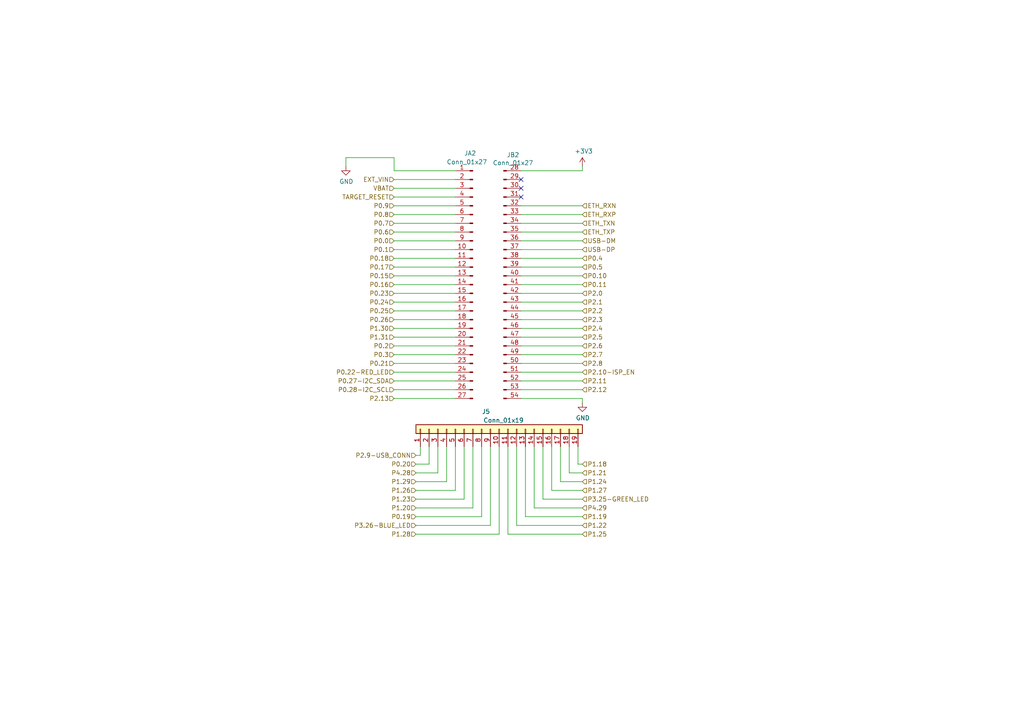
<source format=kicad_sch>
(kicad_sch (version 20230121) (generator eeschema)
  (paper "A4")
  (title_block (title "Módulo Stick LPC1769") (date "2019-10-09") (rev "v1.0") (company "Sistemas de Representacion UTN-FRBA") (comment 1 "DOCENTES: Fernando Aló/Franco Delconte") (comment 2 "CURSO: R1032") (comment 3 "ALUMNO: Jonathan Yujra"))
  (lib_symbols
    (symbol "Connector_Generic:Conn_01x19" (pin_names (offset 1.016) hide)
      (property "Reference" "J" (at 0 25.4 0))
      (property "Value" "Conn_01x19" (at 0 -25.4 0))
      (symbol "Conn_01x19_1_1"
        (rectangle (start -1.27 -22.733) (end 0 -22.987) (stroke (width 0.1524)))
        (rectangle (start -1.27 -20.193) (end 0 -20.447) (stroke (width 0.1524)))
        (rectangle (start -1.27 -17.653) (end 0 -17.907) (stroke (width 0.1524)))
        (rectangle (start -1.27 -15.113) (end 0 -15.367) (stroke (width 0.1524)))
        (rectangle (start -1.27 -12.573) (end 0 -12.827) (stroke (width 0.1524)))
        (rectangle (start -1.27 -10.033) (end 0 -10.287) (stroke (width 0.1524)))
        (rectangle (start -1.27 -7.493) (end 0 -7.747) (stroke (width 0.1524)))
        (rectangle (start -1.27 -4.953) (end 0 -5.207) (stroke (width 0.1524)))
        (rectangle (start -1.27 -2.413) (end 0 -2.667) (stroke (width 0.1524)))
        (rectangle (start -1.27 0.127) (end 0 -0.127) (stroke (width 0.1524)))
        (rectangle (start -1.27 2.667) (end 0 2.413) (stroke (width 0.1524)))
        (rectangle (start -1.27 5.207) (end 0 4.953) (stroke (width 0.1524)))
        (rectangle (start -1.27 7.747) (end 0 7.493) (stroke (width 0.1524)))
        (rectangle (start -1.27 10.287) (end 0 10.033) (stroke (width 0.1524)))
        (rectangle (start -1.27 12.827) (end 0 12.573) (stroke (width 0.1524)))
        (rectangle (start -1.27 15.367) (end 0 15.113) (stroke (width 0.1524)))
        (rectangle (start -1.27 17.907) (end 0 17.653) (stroke (width 0.1524)))
        (rectangle (start -1.27 20.447) (end 0 20.193) (stroke (width 0.1524)))
        (rectangle (start -1.27 22.987) (end 0 22.733) (stroke (width 0.1524)))
        (rectangle (start -1.27 24.13) (end 1.27 -24.13) (stroke (width 0.254)) (fill (type background)))
        (pin passive line (at -5.08 22.86 0) (length 3.81) (name "Pin_1") (number "1"))
        (pin passive line (at -5.08 0 0) (length 3.81) (name "Pin_10") (number "10"))
        (pin passive line (at -5.08 -2.54 0) (length 3.81) (name "Pin_11") (number "11"))
        (pin passive line (at -5.08 -5.08 0) (length 3.81) (name "Pin_12") (number "12"))
        (pin passive line (at -5.08 -7.62 0) (length 3.81) (name "Pin_13") (number "13"))
        (pin passive line (at -5.08 -10.16 0) (length 3.81) (name "Pin_14") (number "14"))
        (pin passive line (at -5.08 -12.7 0) (length 3.81) (name "Pin_15") (number "15"))
        (pin passive line (at -5.08 -15.24 0) (length 3.81) (name "Pin_16") (number "16"))
        (pin passive line (at -5.08 -17.78 0) (length 3.81) (name "Pin_17") (number "17"))
        (pin passive line (at -5.08 -20.32 0) (length 3.81) (name "Pin_18") (number "18"))
        (pin passive line (at -5.08 -22.86 0) (length 3.81) (name "Pin_19") (number "19"))
        (pin passive line (at -5.08 20.32 0) (length 3.81) (name "Pin_2") (number "2"))
        (pin passive line (at -5.08 17.78 0) (length 3.81) (name "Pin_3") (number "3"))
        (pin passive line (at -5.08 15.24 0) (length 3.81) (name "Pin_4") (number "4"))
        (pin passive line (at -5.08 12.7 0) (length 3.81) (name "Pin_5") (number "5"))
        (pin passive line (at -5.08 10.16 0) (length 3.81) (name "Pin_6") (number "6"))
        (pin passive line (at -5.08 7.62 0) (length 3.81) (name "Pin_7") (number "7"))
        (pin passive line (at -5.08 5.08 0) (length 3.81) (name "Pin_8") (number "8"))
        (pin passive line (at -5.08 2.54 0) (length 3.81) (name "Pin_9") (number "9"))
      )
    )
    (symbol "Modulo_Stick_LPC1769:Conn_01x27" (pin_names (offset 1.016) hide)
      (property "Reference" "J" (at 0 50.8 0))
      (property "Value" "Conn_01x27" (at 5.08 -35.56 0))
      (symbol "Conn_01x27_1_1"
        (polyline (pts (xy 1.27 -33.02) (xy 0.8636 -33.02)) (stroke (width 0.1524)))
        (polyline (pts (xy 1.27 -30.48) (xy 0.8636 -30.48)) (stroke (width 0.1524)))
        (polyline (pts (xy 1.27 -27.94) (xy 0.8636 -27.94)) (stroke (width 0.1524)))
        (polyline (pts (xy 1.27 -25.4) (xy 0.8636 -25.4)) (stroke (width 0.1524)))
        (polyline (pts (xy 1.27 -22.86) (xy 0.8636 -22.86)) (stroke (width 0.1524)))
        (polyline (pts (xy 1.27 -20.32) (xy 0.8636 -20.32)) (stroke (width 0.1524)))
        (polyline (pts (xy 1.27 -17.78) (xy 0.8636 -17.78)) (stroke (width 0.1524)))
        (polyline (pts (xy 1.27 -15.24) (xy 0.8636 -15.24)) (stroke (width 0.1524)))
        (polyline (pts (xy 1.27 -12.7) (xy 0.8636 -12.7)) (stroke (width 0.1524)))
        (polyline (pts (xy 1.27 -10.16) (xy 0.8636 -10.16)) (stroke (width 0.1524)))
        (polyline (pts (xy 1.27 -7.62) (xy 0.8636 -7.62)) (stroke (width 0.1524)))
        (polyline (pts (xy 1.27 -5.08) (xy 0.8636 -5.08)) (stroke (width 0.1524)))
        (polyline (pts (xy 1.27 -2.54) (xy 0.8636 -2.54)) (stroke (width 0.1524)))
        (polyline (pts (xy 1.27 0) (xy 0.8636 0)) (stroke (width 0.1524)))
        (polyline (pts (xy 1.27 2.54) (xy 0.8636 2.54)) (stroke (width 0.1524)))
        (polyline (pts (xy 1.27 5.08) (xy 0.8636 5.08)) (stroke (width 0.1524)))
        (polyline (pts (xy 1.27 7.62) (xy 0.8636 7.62)) (stroke (width 0.1524)))
        (polyline (pts (xy 1.27 10.16) (xy 0.8636 10.16)) (stroke (width 0.1524)))
        (polyline (pts (xy 1.27 12.7) (xy 0.8636 12.7)) (stroke (width 0.1524)))
        (polyline (pts (xy 1.27 15.24) (xy 0.8636 15.24)) (stroke (width 0.1524)))
        (polyline (pts (xy 1.27 17.78) (xy 0.8636 17.78)) (stroke (width 0.1524)))
        (polyline (pts (xy 1.27 20.32) (xy 0.8636 20.32)) (stroke (width 0.1524)))
        (polyline (pts (xy 1.27 22.86) (xy 0.8636 22.86)) (stroke (width 0.1524)))
        (polyline (pts (xy 1.27 25.4) (xy 0.8636 25.4)) (stroke (width 0.1524)))
        (polyline (pts (xy 1.27 27.94) (xy 0.8636 27.94)) (stroke (width 0.1524)))
        (polyline (pts (xy 1.27 30.48) (xy 0.8636 30.48)) (stroke (width 0.1524)))
        (polyline (pts (xy 1.27 33.02) (xy 0.8636 33.02)) (stroke (width 0.1524)))
        (rectangle (start 0.8636 -32.893) (end 0 -33.147) (stroke (width 0.1524)) (fill (type outline)))
        (rectangle (start 0.8636 -30.353) (end 0 -30.607) (stroke (width 0.1524)) (fill (type outline)))
        (rectangle (start 0.8636 -27.813) (end 0 -28.067) (stroke (width 0.1524)) (fill (type outline)))
        (rectangle (start 0.8636 -25.273) (end 0 -25.527) (stroke (width 0.1524)) (fill (type outline)))
        (rectangle (start 0.8636 -22.733) (end 0 -22.987) (stroke (width 0.1524)) (fill (type outline)))
        (rectangle (start 0.8636 -20.193) (end 0 -20.447) (stroke (width 0.1524)) (fill (type outline)))
        (rectangle (start 0.8636 -17.653) (end 0 -17.907) (stroke (width 0.1524)) (fill (type outline)))
        (rectangle (start 0.8636 -15.113) (end 0 -15.367) (stroke (width 0.1524)) (fill (type outline)))
        (rectangle (start 0.8636 -12.573) (end 0 -12.827) (stroke (width 0.1524)) (fill (type outline)))
        (rectangle (start 0.8636 -10.033) (end 0 -10.287) (stroke (width 0.1524)) (fill (type outline)))
        (rectangle (start 0.8636 -7.493) (end 0 -7.747) (stroke (width 0.1524)) (fill (type outline)))
        (rectangle (start 0.8636 -4.953) (end 0 -5.207) (stroke (width 0.1524)) (fill (type outline)))
        (rectangle (start 0.8636 -2.413) (end 0 -2.667) (stroke (width 0.1524)) (fill (type outline)))
        (rectangle (start 0.8636 0.127) (end 0 -0.127) (stroke (width 0.1524)) (fill (type outline)))
        (rectangle (start 0.8636 2.667) (end 0 2.413) (stroke (width 0.1524)) (fill (type outline)))
        (rectangle (start 0.8636 5.207) (end 0 4.953) (stroke (width 0.1524)) (fill (type outline)))
        (rectangle (start 0.8636 7.747) (end 0 7.493) (stroke (width 0.1524)) (fill (type outline)))
        (rectangle (start 0.8636 10.287) (end 0 10.033) (stroke (width 0.1524)) (fill (type outline)))
        (rectangle (start 0.8636 12.827) (end 0 12.573) (stroke (width 0.1524)) (fill (type outline)))
        (rectangle (start 0.8636 15.367) (end 0 15.113) (stroke (width 0.1524)) (fill (type outline)))
        (rectangle (start 0.8636 17.907) (end 0 17.653) (stroke (width 0.1524)) (fill (type outline)))
        (rectangle (start 0.8636 20.447) (end 0 20.193) (stroke (width 0.1524)) (fill (type outline)))
        (rectangle (start 0.8636 22.987) (end 0 22.733) (stroke (width 0.1524)) (fill (type outline)))
        (rectangle (start 0.8636 25.527) (end 0 25.273) (stroke (width 0.1524)) (fill (type outline)))
        (rectangle (start 0.8636 28.067) (end 0 27.813) (stroke (width 0.1524)) (fill (type outline)))
        (rectangle (start 0.8636 30.607) (end 0 30.353) (stroke (width 0.1524)) (fill (type outline)))
        (rectangle (start 0.8636 33.147) (end 0 32.893) (stroke (width 0.1524)) (fill (type outline)))
        (pin passive line (at 5.08 33.02 180) (length 3.81) (name "Pin_28") (number "28"))
        (pin passive line (at 5.08 30.48 180) (length 3.81) (name "Pin_29") (number "29"))
        (pin passive line (at 5.08 27.94 180) (length 3.81) (name "Pin_30") (number "30"))
        (pin passive line (at 5.08 25.4 180) (length 3.81) (name "Pin_31") (number "31"))
        (pin passive line (at 5.08 22.86 180) (length 3.81) (name "Pin_32") (number "32"))
        (pin passive line (at 5.08 20.32 180) (length 3.81) (name "Pin_33") (number "33"))
        (pin passive line (at 5.08 17.78 180) (length 3.81) (name "Pin_34") (number "34"))
        (pin passive line (at 5.08 15.24 180) (length 3.81) (name "Pin_35") (number "35"))
        (pin passive line (at 5.08 12.7 180) (length 3.81) (name "Pin_36") (number "36"))
        (pin passive line (at 5.08 10.16 180) (length 3.81) (name "Pin_37") (number "37"))
        (pin passive line (at 5.08 7.62 180) (length 3.81) (name "Pin_38") (number "38"))
        (pin passive line (at 5.08 5.08 180) (length 3.81) (name "Pin_39") (number "39"))
        (pin passive line (at 5.08 2.54 180) (length 3.81) (name "Pin_40") (number "40"))
        (pin passive line (at 5.08 0 180) (length 3.81) (name "Pin_11") (number "41"))
        (pin passive line (at 5.08 -2.54 180) (length 3.81) (name "Pin_12") (number "42"))
        (pin passive line (at 5.08 -5.08 180) (length 3.81) (name "Pin_13") (number "43"))
        (pin passive line (at 5.08 -7.62 180) (length 3.81) (name "Pin_14") (number "44"))
        (pin passive line (at 5.08 -10.16 180) (length 3.81) (name "Pin_15") (number "45"))
        (pin passive line (at 5.08 -12.7 180) (length 3.81) (name "Pin_16") (number "46"))
        (pin passive line (at 5.08 -15.24 180) (length 3.81) (name "Pin_17") (number "47"))
        (pin passive line (at 5.08 -17.78 180) (length 3.81) (name "Pin_18") (number "48"))
        (pin passive line (at 5.08 -20.32 180) (length 3.81) (name "Pin_19") (number "49"))
        (pin passive line (at 5.08 -22.86 180) (length 3.81) (name "Pin_20") (number "50"))
        (pin passive line (at 5.08 -25.4 180) (length 3.81) (name "Pin_21") (number "51"))
        (pin passive line (at 5.08 -27.94 180) (length 3.81) (name "Pin_22") (number "52"))
        (pin passive line (at 5.08 -30.48 180) (length 3.81) (name "Pin_23") (number "53"))
        (pin passive line (at 5.08 -33.02 180) (length 3.81) (name "Pin_24") (number "54"))
      )
    )
    (symbol "Módulo Stick LPC1769-rescue:+3.3V-power" (power) (pin_names (offset 0))
      (property "Value" "+3.3V-power" (at 0 3.556 0))
      (symbol "+3.3V-power_0_1"
        (polyline (pts (xy -0.762 1.27) (xy 0 2.54)))
        (polyline (pts (xy 0 0) (xy 0 2.54)))
        (polyline (pts (xy 0 2.54) (xy 0.762 1.27)))
      )
      (symbol "+3.3V-power_1_1"
        (pin power_in line (at 0 0 90) (length 0) hide (name "+3V3") (number "1"))
      )
    )
    (symbol "Módulo Stick LPC1769-rescue:Conn_01x27_Male-Connector" (pin_names (offset 1.016) hide)
      (property "Reference" "J" (at 0 35.56 0))
      (property "Value" "Connector_Conn_01x27_Male" (at 0 -35.56 0))
      (symbol "Conn_01x27_Male-Connector_1_1"
        (polyline (pts (xy 1.27 -33.02) (xy 0.8636 -33.02)) (stroke (width 0.1524)))
        (polyline (pts (xy 1.27 -30.48) (xy 0.8636 -30.48)) (stroke (width 0.1524)))
        (polyline (pts (xy 1.27 -27.94) (xy 0.8636 -27.94)) (stroke (width 0.1524)))
        (polyline (pts (xy 1.27 -25.4) (xy 0.8636 -25.4)) (stroke (width 0.1524)))
        (polyline (pts (xy 1.27 -22.86) (xy 0.8636 -22.86)) (stroke (width 0.1524)))
        (polyline (pts (xy 1.27 -20.32) (xy 0.8636 -20.32)) (stroke (width 0.1524)))
        (polyline (pts (xy 1.27 -17.78) (xy 0.8636 -17.78)) (stroke (width 0.1524)))
        (polyline (pts (xy 1.27 -15.24) (xy 0.8636 -15.24)) (stroke (width 0.1524)))
        (polyline (pts (xy 1.27 -12.7) (xy 0.8636 -12.7)) (stroke (width 0.1524)))
        (polyline (pts (xy 1.27 -10.16) (xy 0.8636 -10.16)) (stroke (width 0.1524)))
        (polyline (pts (xy 1.27 -7.62) (xy 0.8636 -7.62)) (stroke (width 0.1524)))
        (polyline (pts (xy 1.27 -5.08) (xy 0.8636 -5.08)) (stroke (width 0.1524)))
        (polyline (pts (xy 1.27 -2.54) (xy 0.8636 -2.54)) (stroke (width 0.1524)))
        (polyline (pts (xy 1.27 0) (xy 0.8636 0)) (stroke (width 0.1524)))
        (polyline (pts (xy 1.27 2.54) (xy 0.8636 2.54)) (stroke (width 0.1524)))
        (polyline (pts (xy 1.27 5.08) (xy 0.8636 5.08)) (stroke (width 0.1524)))
        (polyline (pts (xy 1.27 7.62) (xy 0.8636 7.62)) (stroke (width 0.1524)))
        (polyline (pts (xy 1.27 10.16) (xy 0.8636 10.16)) (stroke (width 0.1524)))
        (polyline (pts (xy 1.27 12.7) (xy 0.8636 12.7)) (stroke (width 0.1524)))
        (polyline (pts (xy 1.27 15.24) (xy 0.8636 15.24)) (stroke (width 0.1524)))
        (polyline (pts (xy 1.27 17.78) (xy 0.8636 17.78)) (stroke (width 0.1524)))
        (polyline (pts (xy 1.27 20.32) (xy 0.8636 20.32)) (stroke (width 0.1524)))
        (polyline (pts (xy 1.27 22.86) (xy 0.8636 22.86)) (stroke (width 0.1524)))
        (polyline (pts (xy 1.27 25.4) (xy 0.8636 25.4)) (stroke (width 0.1524)))
        (polyline (pts (xy 1.27 27.94) (xy 0.8636 27.94)) (stroke (width 0.1524)))
        (polyline (pts (xy 1.27 30.48) (xy 0.8636 30.48)) (stroke (width 0.1524)))
        (polyline (pts (xy 1.27 33.02) (xy 0.8636 33.02)) (stroke (width 0.1524)))
        (rectangle (start 0.8636 -32.893) (end 0 -33.147) (stroke (width 0.1524)) (fill (type outline)))
        (rectangle (start 0.8636 -30.353) (end 0 -30.607) (stroke (width 0.1524)) (fill (type outline)))
        (rectangle (start 0.8636 -27.813) (end 0 -28.067) (stroke (width 0.1524)) (fill (type outline)))
        (rectangle (start 0.8636 -25.273) (end 0 -25.527) (stroke (width 0.1524)) (fill (type outline)))
        (rectangle (start 0.8636 -22.733) (end 0 -22.987) (stroke (width 0.1524)) (fill (type outline)))
        (rectangle (start 0.8636 -20.193) (end 0 -20.447) (stroke (width 0.1524)) (fill (type outline)))
        (rectangle (start 0.8636 -17.653) (end 0 -17.907) (stroke (width 0.1524)) (fill (type outline)))
        (rectangle (start 0.8636 -15.113) (end 0 -15.367) (stroke (width 0.1524)) (fill (type outline)))
        (rectangle (start 0.8636 -12.573) (end 0 -12.827) (stroke (width 0.1524)) (fill (type outline)))
        (rectangle (start 0.8636 -10.033) (end 0 -10.287) (stroke (width 0.1524)) (fill (type outline)))
        (rectangle (start 0.8636 -7.493) (end 0 -7.747) (stroke (width 0.1524)) (fill (type outline)))
        (rectangle (start 0.8636 -4.953) (end 0 -5.207) (stroke (width 0.1524)) (fill (type outline)))
        (rectangle (start 0.8636 -2.413) (end 0 -2.667) (stroke (width 0.1524)) (fill (type outline)))
        (rectangle (start 0.8636 0.127) (end 0 -0.127) (stroke (width 0.1524)) (fill (type outline)))
        (rectangle (start 0.8636 2.667) (end 0 2.413) (stroke (width 0.1524)) (fill (type outline)))
        (rectangle (start 0.8636 5.207) (end 0 4.953) (stroke (width 0.1524)) (fill (type outline)))
        (rectangle (start 0.8636 7.747) (end 0 7.493) (stroke (width 0.1524)) (fill (type outline)))
        (rectangle (start 0.8636 10.287) (end 0 10.033) (stroke (width 0.1524)) (fill (type outline)))
        (rectangle (start 0.8636 12.827) (end 0 12.573) (stroke (width 0.1524)) (fill (type outline)))
        (rectangle (start 0.8636 15.367) (end 0 15.113) (stroke (width 0.1524)) (fill (type outline)))
        (rectangle (start 0.8636 17.907) (end 0 17.653) (stroke (width 0.1524)) (fill (type outline)))
        (rectangle (start 0.8636 20.447) (end 0 20.193) (stroke (width 0.1524)) (fill (type outline)))
        (rectangle (start 0.8636 22.987) (end 0 22.733) (stroke (width 0.1524)) (fill (type outline)))
        (rectangle (start 0.8636 25.527) (end 0 25.273) (stroke (width 0.1524)) (fill (type outline)))
        (rectangle (start 0.8636 28.067) (end 0 27.813) (stroke (width 0.1524)) (fill (type outline)))
        (rectangle (start 0.8636 30.607) (end 0 30.353) (stroke (width 0.1524)) (fill (type outline)))
        (rectangle (start 0.8636 33.147) (end 0 32.893) (stroke (width 0.1524)) (fill (type outline)))
        (pin passive line (at 5.08 33.02 180) (length 3.81) (name "Pin_1") (number "1"))
        (pin passive line (at 5.08 10.16 180) (length 3.81) (name "Pin_10") (number "10"))
        (pin passive line (at 5.08 7.62 180) (length 3.81) (name "Pin_11") (number "11"))
        (pin passive line (at 5.08 5.08 180) (length 3.81) (name "Pin_12") (number "12"))
        (pin passive line (at 5.08 2.54 180) (length 3.81) (name "Pin_13") (number "13"))
        (pin passive line (at 5.08 0 180) (length 3.81) (name "Pin_14") (number "14"))
        (pin passive line (at 5.08 -2.54 180) (length 3.81) (name "Pin_15") (number "15"))
        (pin passive line (at 5.08 -5.08 180) (length 3.81) (name "Pin_16") (number "16"))
        (pin passive line (at 5.08 -7.62 180) (length 3.81) (name "Pin_17") (number "17"))
        (pin passive line (at 5.08 -10.16 180) (length 3.81) (name "Pin_18") (number "18"))
        (pin passive line (at 5.08 -12.7 180) (length 3.81) (name "Pin_19") (number "19"))
        (pin passive line (at 5.08 30.48 180) (length 3.81) (name "Pin_2") (number "2"))
        (pin passive line (at 5.08 -15.24 180) (length 3.81) (name "Pin_20") (number "20"))
        (pin passive line (at 5.08 -17.78 180) (length 3.81) (name "Pin_21") (number "21"))
        (pin passive line (at 5.08 -20.32 180) (length 3.81) (name "Pin_22") (number "22"))
        (pin passive line (at 5.08 -22.86 180) (length 3.81) (name "Pin_23") (number "23"))
        (pin passive line (at 5.08 -25.4 180) (length 3.81) (name "Pin_24") (number "24"))
        (pin passive line (at 5.08 -27.94 180) (length 3.81) (name "Pin_25") (number "25"))
        (pin passive line (at 5.08 -30.48 180) (length 3.81) (name "Pin_26") (number "26"))
        (pin passive line (at 5.08 -33.02 180) (length 3.81) (name "Pin_27") (number "27"))
        (pin passive line (at 5.08 27.94 180) (length 3.81) (name "Pin_3") (number "3"))
        (pin passive line (at 5.08 25.4 180) (length 3.81) (name "Pin_4") (number "4"))
        (pin passive line (at 5.08 22.86 180) (length 3.81) (name "Pin_5") (number "5"))
        (pin passive line (at 5.08 20.32 180) (length 3.81) (name "Pin_6") (number "6"))
        (pin passive line (at 5.08 17.78 180) (length 3.81) (name "Pin_7") (number "7"))
        (pin passive line (at 5.08 15.24 180) (length 3.81) (name "Pin_8") (number "8"))
        (pin passive line (at 5.08 12.7 180) (length 3.81) (name "Pin_9") (number "9"))
      )
    )
    (symbol "power:GND" (power) (pin_names (offset 0))
      (property "Value" "GND" (at 0 -3.81 0))
      (symbol "GND_0_1"
        (polyline (pts (xy 0 0) (xy 0 -1.27) (xy 1.27 -1.27) (xy 0 -2.54) (xy -1.27 -1.27) (xy 0 -1.27)))
      )
      (symbol "GND_1_1"
        (pin power_in line (at 0 0 270) (length 0) hide (name "GND") (number "1"))
      )
    )
  )
  (no_connect (at 151.13 54.61))
  (no_connect (at 151.13 52.07))
  (no_connect (at 151.13 57.15))
  (wire (pts (xy 114.3 115.57) (xy 132.08 115.57)))
  (wire (pts (xy 114.3 87.63) (xy 132.08 87.63)))
  (wire (pts (xy 151.13 82.55) (xy 168.91 82.55)))
  (wire (pts (xy 114.3 97.79) (xy 132.08 97.79)))
  (wire (pts (xy 151.13 100.33) (xy 168.91 100.33)))
  (wire (pts (xy 149.86 129.54) (xy 149.86 152.4)))
  (wire (pts (xy 151.13 74.93) (xy 168.91 74.93)))
  (wire (pts (xy 151.13 90.17) (xy 168.91 90.17)))
  (wire (pts (xy 137.16 129.54) (xy 137.16 147.32)))
  (wire (pts (xy 121.92 129.54) (xy 121.92 132.08)))
  (wire (pts (xy 160.02 142.24) (xy 168.91 142.24)))
  (wire (pts (xy 114.3 90.17) (xy 132.08 90.17)))
  (wire (pts (xy 154.94 129.54) (xy 154.94 147.32)))
  (wire (pts (xy 165.1 129.54) (xy 165.1 137.16)))
  (wire (pts (xy 114.3 107.95) (xy 132.08 107.95)))
  (wire (pts (xy 114.3 64.77) (xy 132.08 64.77)))
  (wire (pts (xy 168.91 49.53) (xy 168.91 48.26)))
  (wire (pts (xy 154.94 147.32) (xy 168.91 147.32)))
  (wire (pts (xy 168.91 64.77) (xy 151.13 64.77)))
  (wire (pts (xy 114.3 102.87) (xy 132.08 102.87)))
  (wire (pts (xy 160.02 129.54) (xy 160.02 142.24)))
  (wire (pts (xy 100.33 45.72) (xy 100.33 48.26)))
  (wire (pts (xy 114.3 74.93) (xy 132.08 74.93)))
  (wire (pts (xy 142.24 152.4) (xy 120.65 152.4)))
  (wire (pts (xy 114.3 92.71) (xy 132.08 92.71)))
  (wire (pts (xy 144.78 129.54) (xy 144.78 154.94)))
  (wire (pts (xy 167.64 129.54) (xy 167.64 134.62)))
  (wire (pts (xy 168.91 149.86) (xy 152.4 149.86)))
  (wire (pts (xy 137.16 147.32) (xy 120.65 147.32)))
  (wire (pts (xy 157.48 144.78) (xy 157.48 129.54)))
  (wire (pts (xy 151.13 110.49) (xy 168.91 110.49)))
  (wire (pts (xy 114.3 62.23) (xy 132.08 62.23)))
  (wire (pts (xy 121.92 132.08) (xy 120.65 132.08)))
  (wire (pts (xy 114.3 54.61) (xy 132.08 54.61)))
  (wire (pts (xy 114.3 113.03) (xy 132.08 113.03)))
  (wire (pts (xy 151.13 107.95) (xy 168.91 107.95)))
  (wire (pts (xy 162.56 139.7) (xy 162.56 129.54)))
  (wire (pts (xy 168.91 154.94) (xy 147.32 154.94)))
  (wire (pts (xy 151.13 92.71) (xy 168.91 92.71)))
  (wire (pts (xy 168.91 59.69) (xy 151.13 59.69)))
  (wire (pts (xy 114.3 95.25) (xy 132.08 95.25)))
  (wire (pts (xy 114.3 49.53) (xy 114.3 45.72)))
  (wire (pts (xy 139.7 149.86) (xy 139.7 129.54)))
  (wire (pts (xy 144.78 154.94) (xy 120.65 154.94)))
  (wire (pts (xy 114.3 80.01) (xy 132.08 80.01)))
  (wire (pts (xy 165.1 137.16) (xy 168.91 137.16)))
  (wire (pts (xy 129.54 139.7) (xy 120.65 139.7)))
  (wire (pts (xy 168.91 144.78) (xy 157.48 144.78)))
  (wire (pts (xy 120.65 144.78) (xy 134.62 144.78)))
  (wire (pts (xy 151.13 62.23) (xy 168.91 62.23)))
  (wire (pts (xy 151.13 80.01) (xy 168.91 80.01)))
  (wire (pts (xy 114.3 110.49) (xy 132.08 110.49)))
  (wire (pts (xy 114.3 69.85) (xy 132.08 69.85)))
  (wire (pts (xy 124.46 134.62) (xy 124.46 129.54)))
  (wire (pts (xy 151.13 85.09) (xy 168.91 85.09)))
  (wire (pts (xy 151.13 67.31) (xy 168.91 67.31)))
  (wire (pts (xy 127 137.16) (xy 127 129.54)))
  (wire (pts (xy 152.4 149.86) (xy 152.4 129.54)))
  (wire (pts (xy 114.3 45.72) (xy 100.33 45.72)))
  (wire (pts (xy 120.65 134.62) (xy 124.46 134.62)))
  (wire (pts (xy 129.54 129.54) (xy 129.54 139.7)))
  (wire (pts (xy 132.08 142.24) (xy 132.08 129.54)))
  (wire (pts (xy 114.3 77.47) (xy 132.08 77.47)))
  (wire (pts (xy 114.3 52.07) (xy 132.08 52.07)))
  (wire (pts (xy 114.3 85.09) (xy 132.08 85.09)))
  (wire (pts (xy 147.32 154.94) (xy 147.32 129.54)))
  (wire (pts (xy 120.65 149.86) (xy 139.7 149.86)))
  (wire (pts (xy 114.3 105.41) (xy 132.08 105.41)))
  (wire (pts (xy 114.3 57.15) (xy 132.08 57.15)))
  (wire (pts (xy 151.13 95.25) (xy 168.91 95.25)))
  (wire (pts (xy 151.13 77.47) (xy 168.91 77.47)))
  (wire (pts (xy 151.13 97.79) (xy 168.91 97.79)))
  (wire (pts (xy 114.3 72.39) (xy 132.08 72.39)))
  (wire (pts (xy 151.13 102.87) (xy 168.91 102.87)))
  (wire (pts (xy 132.08 49.53) (xy 114.3 49.53)))
  (wire (pts (xy 151.13 49.53) (xy 168.91 49.53)))
  (wire (pts (xy 120.65 142.24) (xy 132.08 142.24)))
  (wire (pts (xy 151.13 105.41) (xy 168.91 105.41)))
  (wire (pts (xy 168.91 115.57) (xy 168.91 116.84)))
  (wire (pts (xy 151.13 115.57) (xy 168.91 115.57)))
  (wire (pts (xy 114.3 67.31) (xy 132.08 67.31)))
  (wire (pts (xy 167.64 134.62) (xy 168.91 134.62)))
  (wire (pts (xy 120.65 137.16) (xy 127 137.16)))
  (wire (pts (xy 142.24 129.54) (xy 142.24 152.4)))
  (wire (pts (xy 134.62 144.78) (xy 134.62 129.54)))
  (wire (pts (xy 151.13 87.63) (xy 168.91 87.63)))
  (wire (pts (xy 168.91 139.7) (xy 162.56 139.7)))
  (wire (pts (xy 114.3 82.55) (xy 132.08 82.55)))
  (wire (pts (xy 168.91 113.03) (xy 151.13 113.03)))
  (wire (pts (xy 149.86 152.4) (xy 168.91 152.4)))
  (wire (pts (xy 151.13 69.85) (xy 168.91 69.85)))
  (wire (pts (xy 114.3 59.69) (xy 132.08 59.69)))
  (wire (pts (xy 151.13 72.39) (xy 168.91 72.39)))
  (wire (pts (xy 114.3 100.33) (xy 132.08 100.33)))
  (hierarchical_label "P0.20" (shape input) (at 120.65 134.62 180))
  (hierarchical_label "P1.23" (shape input) (at 120.65 144.78 180))
  (hierarchical_label "P2.3" (shape input) (at 168.91 92.71 0))
  (hierarchical_label "P1.24" (shape input) (at 168.91 139.7 0))
  (hierarchical_label "P0.9" (shape input) (at 114.3 59.69 180))
  (hierarchical_label "P0.18" (shape input) (at 114.3 74.93 180))
  (hierarchical_label "P0.1" (shape input) (at 114.3 72.39 180))
  (hierarchical_label "P0.16" (shape input) (at 114.3 82.55 180))
  (hierarchical_label "P0.7" (shape input) (at 114.3 64.77 180))
  (hierarchical_label "USB-DM" (shape input) (at 168.91 69.85 0))
  (hierarchical_label "P2.13" (shape input) (at 114.3 115.57 180))
  (hierarchical_label "P0.4" (shape input) (at 168.91 74.93 0))
  (hierarchical_label "P0.24" (shape input) (at 114.3 87.63 180))
  (hierarchical_label "EXT_VIN" (shape input) (at 114.3 52.07 180))
  (hierarchical_label "P0.11" (shape input) (at 168.91 82.55 0))
  (hierarchical_label "P1.30" (shape input) (at 114.3 95.25 180))
  (hierarchical_label "P0.10" (shape input) (at 168.91 80.01 0))
  (hierarchical_label "P2.6" (shape input) (at 168.91 100.33 0))
  (hierarchical_label "P0.28-I2C_SCL" (shape input) (at 114.3 113.03 180))
  (hierarchical_label "P0.21" (shape input) (at 114.3 105.41 180))
  (hierarchical_label "P2.5" (shape input) (at 168.91 97.79 0))
  (hierarchical_label "P0.5" (shape input) (at 168.91 77.47 0))
  (hierarchical_label "P1.21" (shape input) (at 168.91 137.16 0))
  (hierarchical_label "VBAT" (shape input) (at 114.3 54.61 180))
  (hierarchical_label "ETH_RXN" (shape input) (at 168.91 59.69 0))
  (hierarchical_label "P0.6" (shape input) (at 114.3 67.31 180))
  (hierarchical_label "P2.11" (shape input) (at 168.91 110.49 0))
  (hierarchical_label "P3.25-GREEN_LED" (shape input) (at 168.91 144.78 0))
  (hierarchical_label "P1.31" (shape input) (at 114.3 97.79 180))
  (hierarchical_label "P0.19" (shape input) (at 120.65 149.86 180))
  (hierarchical_label "P0.25" (shape input) (at 114.3 90.17 180))
  (hierarchical_label "P2.9-USB_CONN" (shape input) (at 120.65 132.08 180))
  (hierarchical_label "P1.22" (shape input) (at 168.91 152.4 0))
  (hierarchical_label "ETH_TXP" (shape input) (at 168.91 67.31 0))
  (hierarchical_label "TARGET_RESET" (shape input) (at 114.3 57.15 180))
  (hierarchical_label "P1.27" (shape input) (at 168.91 142.24 0))
  (hierarchical_label "P0.27-I2C_SDA" (shape input) (at 114.3 110.49 180))
  (hierarchical_label "P2.0" (shape input) (at 168.91 85.09 0))
  (hierarchical_label "P0.2" (shape input) (at 114.3 100.33 180))
  (hierarchical_label "P1.18" (shape input) (at 168.91 134.62 0))
  (hierarchical_label "P0.8" (shape input) (at 114.3 62.23 180))
  (hierarchical_label "P0.15" (shape input) (at 114.3 80.01 180))
  (hierarchical_label "P2.10-ISP_EN" (shape input) (at 168.91 107.95 0))
  (hierarchical_label "P4.29" (shape input) (at 168.91 147.32 0))
  (hierarchical_label "ETH_RXP" (shape input) (at 168.91 62.23 0))
  (hierarchical_label "P0.26" (shape input) (at 114.3 92.71 180))
  (hierarchical_label "P2.7" (shape input) (at 168.91 102.87 0))
  (hierarchical_label "P1.29" (shape input) (at 120.65 139.7 180))
  (hierarchical_label "P2.12" (shape input) (at 168.91 113.03 0))
  (hierarchical_label "ETH_TXN" (shape input) (at 168.91 64.77 0))
  (hierarchical_label "P2.2" (shape input) (at 168.91 90.17 0))
  (hierarchical_label "P1.19" (shape input) (at 168.91 149.86 0))
  (hierarchical_label "P0.23" (shape input) (at 114.3 85.09 180))
  (hierarchical_label "P1.20" (shape input) (at 120.65 147.32 180))
  (hierarchical_label "P3.26-BLUE_LED" (shape input) (at 120.65 152.4 180))
  (hierarchical_label "P4.28" (shape input) (at 120.65 137.16 180))
  (hierarchical_label "P0.22-RED_LED" (shape input) (at 114.3 107.95 180))
  (hierarchical_label "P1.26" (shape input) (at 120.65 142.24 180))
  (hierarchical_label "P2.4" (shape input) (at 168.91 95.25 0))
  (hierarchical_label "USB-DP" (shape input) (at 168.91 72.39 0))
  (hierarchical_label "P0.3" (shape input) (at 114.3 102.87 180))
  (hierarchical_label "P0.0" (shape input) (at 114.3 69.85 180))
  (hierarchical_label "P2.1" (shape input) (at 168.91 87.63 0))
  (hierarchical_label "P1.25" (shape input) (at 168.91 154.94 0))
  (hierarchical_label "P2.8" (shape input) (at 168.91 105.41 0))
  (hierarchical_label "P1.28" (shape input) (at 120.65 154.94 180))
  (hierarchical_label "P0.17" (shape input) (at 114.3 77.47 180))
  (symbol (lib_id "Connector_Generic:Conn_01x19") (at 144.78 124.46 90) (unit 1)
    (property "Reference" "J5" (at 140.97 119.38 90))
    (property "Value" "Conn_01x19" (at 146.05 121.92 90))
    (property "Footprint" "Módulo Stick LPC1769:conn_x19_Pitch2.54mm" (effects hide))
    (property "Datasheet" "https://www.molex.com/pdm_docs/sd/022284190_sd.pdf" (effects hide))
    (property "Digi-Key P/N" "WM50014-19-ND" (effects hide))
    (property "Manufacturer" "Molex" (effects hide))
    (property "Manufacturer P/N" "0022284190" (effects hide))
  )
  (symbol (lib_id "power:GND") (at 100.33 48.26 0) (unit 1)
    (property "Reference" "#PWR0173" (effects hide))
    (property "Value" "GND" (at 100.457 52.6542 0))
  )
  (symbol (lib_id "power:GND") (at 168.91 116.84 0) (unit 1)
    (property "Reference" "#PWR0174" (effects hide))
    (property "Value" "GND" (at 169.037 121.2342 0))
  )
  (symbol (lib_id "Módulo Stick LPC1769-rescue:+3.3V-power") (at 168.91 48.26 0) (unit 1)
    (property "Reference" "#PWR0172" (effects hide))
    (property "Value" "+3.3V" (at 169.291 43.8658 0))
  )
  (symbol (lib_id "Módulo Stick LPC1769-rescue:Conn_01x27_Male-Connector") (at 137.16 82.55 0) (mirror y) (unit 1)
    (property "Reference" "JA2" (at 134.62 44.45 0) (effects (justify right)))
    (property "Value" "Conn_01x27" (at 129.54 46.99 0) (effects (justify right)))
    (property "Footprint" "Módulo Stick LPC1769:J2_A_1x27_Pitch2.54mm" (effects hide))
    (property "Datasheet" "https://www.molex.com/pdm_docs/sd/022284270_sd.pdf" (effects hide))
    (property "Digi-Key P/N" "WM50014-27-ND" (effects hide))
    (property "Manufacturer" "Molex" (effects hide))
    (property "Manufacturer P/N" "0022284270" (effects hide))
  )
  (symbol (lib_id "Modulo_Stick_LPC1769:Conn_01x27") (at 146.05 82.55 0) (unit 1)
    (property "Reference" "JB2" (at 148.7932 44.9326 0))
    (property "Value" "Conn_01x27" (at 148.7932 47.244 0))
    (property "Footprint" "Módulo Stick LPC1769:J2_B_01x27_Pitch2.54mm" (effects hide))
    (property "Datasheet" "https://www.molex.com/pdm_docs/sd/022284270_sd.pdf" (effects hide))
    (property "Digi-Key P/N" "WM50014-27-ND" (effects hide))
    (property "Manufacturer" "Molex" (effects hide))
    (property "Manufacturer P/N" "0022284270" (effects hide))
  )
)
</source>
